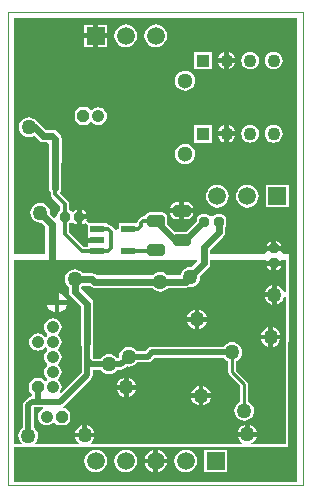
<source format=gbl>
%FSTAX43Y43*%
%MOMM*%
%SFA1B1*%

%IPPOS*%
%AMD10*
4,1,8,0.398780,-0.200660,0.398780,0.200660,0.200660,0.398780,-0.200660,0.398780,-0.398780,0.200660,-0.398780,-0.200660,-0.200660,-0.398780,0.200660,-0.398780,0.398780,-0.200660,0.0*
1,1,0.400000,0.200660,-0.200660*
1,1,0.400000,0.200660,0.200660*
1,1,0.400000,-0.200660,0.200660*
1,1,0.400000,-0.200660,-0.200660*
%
%AMD11*
4,1,8,-0.200660,-0.398780,0.200660,-0.398780,0.398780,-0.200660,0.398780,0.200660,0.200660,0.398780,-0.200660,0.398780,-0.398780,0.200660,-0.398780,-0.200660,-0.200660,-0.398780,0.0*
1,1,0.400000,-0.200660,-0.200660*
1,1,0.400000,0.200660,-0.200660*
1,1,0.400000,0.200660,0.200660*
1,1,0.400000,-0.200660,0.200660*
%
%AMD12*
4,1,8,0.749300,-0.248920,0.749300,0.248920,0.500380,0.500380,-0.500380,0.500380,-0.749300,0.248920,-0.749300,-0.248920,-0.500380,-0.500380,0.500380,-0.500380,0.749300,-0.248920,0.0*
1,1,0.500000,0.500380,-0.248920*
1,1,0.500000,0.500380,0.248920*
1,1,0.500000,-0.500380,0.248920*
1,1,0.500000,-0.500380,-0.248920*
%
%AMD27*
4,1,8,-0.533400,-0.220980,-0.220980,-0.533400,0.220980,-0.533400,0.533400,-0.220980,0.533400,0.220980,0.220980,0.533400,-0.220980,0.533400,-0.533400,0.220980,-0.533400,-0.220980,0.0*
%
%AMD28*
4,1,8,0.220980,-0.533400,0.533400,-0.220980,0.533400,0.220980,0.220980,0.533400,-0.220980,0.533400,-0.533400,0.220980,-0.533400,-0.220980,-0.220980,-0.533400,0.220980,-0.533400,0.0*
%
G04~CAMADD=10~8~0.0~0.0~315.0~315.0~78.7~0.0~15~0.0~0.0~0.0~0.0~0~0.0~0.0~0.0~0.0~0~0.0~0.0~0.0~270.0~314.0~314.0*
%ADD10D10*%
G04~CAMADD=11~8~0.0~0.0~315.0~315.0~78.7~0.0~15~0.0~0.0~0.0~0.0~0~0.0~0.0~0.0~0.0~0~0.0~0.0~0.0~180.0~314.0~314.0*
%ADD11D11*%
G04~CAMADD=12~8~0.0~0.0~393.7~590.6~98.4~0.0~15~0.0~0.0~0.0~0.0~0~0.0~0.0~0.0~0.0~0~0.0~0.0~0.0~270.0~590.0~393.0*
%ADD12D12*%
%ADD19C,0.253999*%
%ADD20C,0.304999*%
%ADD21C,0.634999*%
%ADD22C,0.507999*%
%ADD24C,0.100000*%
%ADD25C,1.066998*%
%ADD26C,1.066998*%
G04~CAMADD=27~4~0.0~0.0~420.1~420.1~0.0~123.0~0~0.0~0.0~0.0~0.0~0~0.0~0.0~0.0~0.0~0~0.0~0.0~0.0~135.0~420.1~420.1*
%ADD27D27*%
G04~CAMADD=28~4~0.0~0.0~420.1~420.1~0.0~123.0~0~0.0~0.0~0.0~0.0~0~0.0~0.0~0.0~0.0~0~0.0~0.0~0.0~225.0~420.1~420.1*
%ADD28D28*%
%ADD29C,1.299997*%
%ADD30C,1.099998*%
%ADD31R,1.099998X1.099998*%
%ADD32R,1.499997X1.499997*%
%ADD33C,1.499997*%
%ADD34C,1.269997*%
%ADD35R,1.199998X0.549999*%
%ADD36C,0.380999*%
%LNopengrab_ctrl-1*%
%LPD*%
G36*
X0123499Y0066278D02*
X0123372Y006627D01*
Y0066276*
X0123287Y0066479*
X0123154Y0066654*
X0122979Y0066787*
X0122776Y0066872*
X0122761Y0066873*
Y0066058*
Y0065243*
X0122776Y0065244*
X0122979Y0065329*
X0123154Y0065462*
X0123287Y0065637*
X0123372Y006584*
Y0065846*
X0123499Y0065838*
Y0054496*
Y0053399*
X0123479*
X012074*
X012072*
X01207Y0053403*
X0120471*
X012067Y005352*
X0120845Y0053653*
X0120978Y0053828*
X0121063Y0054031*
X0121064Y0054046*
X0119434*
X0119435Y0054031*
X011952Y0053828*
X0119653Y0053653*
X011982Y0053525*
X0119792Y0053402*
X0119778Y0053399*
X0119758*
X0107026*
X0106985Y0053519*
X0107095Y0053603*
X0107228Y0053778*
X0107313Y0053981*
X0107315Y0053996*
X0105684*
X0105685Y0053981*
X010577Y0053778*
X0105903Y0053603*
X0106013Y0053519*
X0105972Y0053399*
X0102335*
X0102294Y0053519*
X0102322Y005354*
X0102455Y0053715*
X010254Y0053918*
X0102568Y0054136*
X010254Y0054354*
X0102455Y0054557*
X0102322Y0054732*
X0102189Y0054833*
Y0056534*
X0102191Y0056536*
X0102931*
X0102956Y0056412*
X0102888Y0056383*
X0102734Y0056266*
X0102617Y0056113*
X0102543Y0055934*
X0102518Y0055743*
X0102543Y0055551*
X0102617Y0055373*
X0102734Y005522*
X0102888Y0055102*
X0103066Y0055028*
X0103258Y0055003*
X0103449Y0055028*
X0103627Y0055102*
X0103781Y005522*
X0103796Y0055239*
X0103922Y0055248*
X0104161Y0055009*
X0104894*
X0105261Y0055376*
Y005611*
X0104894Y0056476*
X0104653*
X0104616Y0056598*
X0104726Y0056672*
X0107024Y005897*
X0107125Y005912*
X010716Y0059297*
Y0059734*
X0107887*
X0107988Y0059601*
X0108163Y0059468*
X0108366Y0059383*
X0108585Y0059355*
X0108802Y0059383*
X0109005Y0059468*
X010918Y0059601*
X0109281Y0059734*
X0109601*
X0109777Y0059769*
X0109927Y005987*
X0110069Y0060012*
X0110236Y005999*
X0110453Y0060018*
X0110656Y0060103*
X0110831Y0060236*
X0110932Y0060369*
X0111832*
X0112009Y0060404*
X0112159Y0060505*
X0112405Y006075*
X0118301*
X0118402Y0060617*
X0118577Y0060484*
X0118665Y0060447*
Y00595*
X011869Y0059372*
X0118762Y0059264*
X0119681Y0058346*
Y0057026*
X0119593Y0056989*
X0119418Y0056856*
X0119285Y0056681*
X01192Y0056478*
X0119172Y0056261*
X01192Y0056042*
X0119285Y0055839*
X0119418Y0055664*
X0119593Y0055531*
X0119796Y0055446*
X0120015Y0055418*
X0120232Y0055446*
X0120435Y0055531*
X012061Y0055664*
X0120743Y0055839*
X0120828Y0056042*
X0120856Y0056261*
X0120828Y0056478*
X0120743Y0056681*
X012061Y0056856*
X0120435Y0056989*
X0120347Y0057026*
Y0058484*
X0120322Y0058612*
X012025Y005872*
X0119331Y0059638*
Y0060447*
X0119419Y0060484*
X0119594Y0060617*
X0119727Y0060792*
X0119812Y0060995*
X011984Y0061214*
X0119812Y0061431*
X0119727Y0061634*
X0119594Y0061809*
X0119419Y0061942*
X0119216Y0062027*
X0118999Y0062055*
X011878Y0062027*
X0118577Y0061942*
X0118402Y0061809*
X0118301Y0061676*
X0112213*
X0112036Y0061641*
X0111887Y006154*
X011164Y0061295*
X0110932*
X0110831Y0061428*
X0110656Y0061561*
X0110453Y0061646*
X0110236Y0061674*
X0110017Y0061646*
X0109814Y0061561*
X0109639Y0061428*
X0109506Y0061253*
X0109421Y006105*
X0109393Y0060833*
X0109403Y0060755*
X0109365Y0060712*
X0109238Y0060716*
X010918Y0060793*
X0109005Y0060926*
X0108802Y0061011*
X0108585Y0061039*
X0108366Y0061011*
X0108163Y0060926*
X0107988Y0060793*
X0107887Y006066*
X0107217*
X010716Y0060717*
Y0061708*
X0107184Y0061745*
X0107225Y0061947*
Y0065301*
X0107184Y0065503*
X010707Y0065674*
X0106191Y0066554*
Y0066723*
X0106259Y0066775*
X0106311Y0066843*
X0106909*
X0106943Y0066809*
X0107114Y0066695*
X0107316Y0066654*
X0112254*
X0112306Y0066586*
X0112481Y0066453*
X0112684Y0066368*
X0112903Y006634*
X011312Y0066368*
X0113323Y0066453*
X0113498Y0066586*
X011355Y0066654*
X0115062*
X0115263Y0066695*
X0115325Y0066736*
X0115443Y0066721*
X011566Y0066749*
X0115863Y0066834*
X0116038Y0066967*
X0116171Y0067142*
X0116256Y0067345*
X0116284Y0067564*
X0116273Y0067648*
X0116972Y0068347*
X0117086Y0068518*
X0117127Y006872*
Y0068999*
X012185*
X0121891Y0068949*
X0121892Y0068952*
X0123106*
X0123107Y0068949*
X0123148Y0068999*
X0123499*
Y0066278*
G37*
G36*
X0124499Y0069499D02*
Y0050249D01*
X0100499*
Y0053195*
X0119778*
X0119798Y0053199*
X01207*
X012072Y0053195*
X0123499*
X0123519Y0053199*
X0123699*
X01237Y0053382*
X0123703Y0053399*
Y0054496*
X0123748Y0069499*
X0123291*
X0123283Y0069505*
X0123094Y0069735*
X0123106Y0069796*
X0121892*
X0121904Y0069735*
X0121715Y0069505*
X0121707Y0069499*
X0117127*
Y006988*
X0118228Y0070982*
X0118305Y0071096*
X0118342Y0071153*
X0118383Y0071355*
Y0071832*
X0118432Y0071906*
X0118463Y0072062*
Y0072462*
X0118432Y0072618*
X0118343Y007275*
X0118211Y0072839*
X0118055Y007287*
X0117655*
X0117499Y0072839*
X0117367Y007275*
X0117149Y0072711*
X0117094Y007275*
X0116961Y0072839*
X0116805Y007287*
X0116405*
X0116249Y0072839*
X0116117Y007275*
X0116028Y0072618*
X0115997Y0072462*
Y0072309*
X0115096Y0071408*
X0114199*
X011413Y0071394*
X0113471Y0072054*
X011348Y0072099*
Y0072599*
X0113445Y0072775*
X0113345Y0072923*
X0113197Y0073023*
X0113021Y0073058*
X0112021*
X0111845Y0073023*
X0111697Y0072923*
X0111597Y0072775*
X0111584Y0072708*
X0111465*
X0111327Y0072681*
X0111211Y0072603*
X0111045Y0072437*
X0110967Y0072321*
X011094Y0072183*
Y007211*
X0109368*
Y0071611*
X0109067Y0071551*
X0108981Y0071681*
X0108745Y0071917*
X0108615Y0072003*
X010859Y0072009*
X0108463Y0072033*
X0108368*
Y007211*
X0106822*
X0106629Y0072346*
X0106651Y0072459*
X0106247*
Y0072055*
X01064Y0072085*
X0106499Y0072151*
X0106768Y0072009*
Y007116*
Y0070888*
X0107569*
Y0070482*
X0106768*
Y007021*
Y0070133*
X010645*
X0105192Y0071391*
Y0072113*
X0105267Y0072163*
X0105571*
X0105688Y0072085*
X0105841Y0072055*
Y0072662*
Y0073269*
X0105688Y0073239*
X0105556Y007315*
X01055Y0073111*
X0105363Y0073136*
X0105192Y0073224*
Y0073766*
X0105162Y0073919*
X0105076Y0074048*
X0104397Y0074726*
Y0074764*
X0104486Y0074896*
X0104527Y0075097*
X010454Y0079273*
X01045Y0079475*
X0104386Y0079647*
X0104232Y007975*
X0104131Y0079902*
X010396Y0080016*
X0103759Y0080057*
X0103188*
X0102622Y0080622*
X0102451Y0080736*
X0102423Y0080742*
X0102345Y0080845*
X010217Y0080978*
X0101967Y0081063*
X0101749Y0081091*
X0101531Y0081063*
X0101328Y0080978*
X0101153Y0080845*
X010102Y008067*
X0100935Y0080467*
X0100907Y0080249*
X0100935Y0080031*
X010102Y0079828*
X0101153Y0079653*
X0101328Y007952*
X0101531Y0079435*
X0101749Y0079407*
X0101967Y0079435*
X010217Y007952*
X0102205Y0079547*
X0102596Y0079156*
X010271Y0079079*
X0102767Y0079042*
X0102969Y0079001*
X0103268*
X0103483Y0078785*
X0103471Y0075101*
X0103511Y0074899*
X0103601Y0074763*
Y0074561*
X0103626Y0074434*
X0103632Y0074409*
X0103717Y007428*
X0104396Y0073601*
Y0073211*
X0104306Y007315*
X0104217Y0073018*
X0104186Y0072862*
Y0072724*
X0103905Y0072608*
X0103573Y0072939*
X0103584Y0073025*
X0103556Y0073242*
X0103471Y0073445*
X0103338Y007362*
X0103163Y0073753*
X010296Y0073838*
X0102743Y0073866*
X0102524Y0073838*
X0102321Y0073753*
X0102146Y007362*
X0102013Y0073445*
X0101928Y0073242*
X01019Y0073025*
X0101928Y0072806*
X0102013Y0072603*
X0102146Y0072428*
X0102321Y0072295*
X0102524Y007221*
X0102743Y0072182*
X0102827Y0072193*
X0103171Y0071848*
Y0069499*
X0100499*
Y0089499*
X0124499*
Y0069499*
G37*
G36*
X0116014Y0068882D02*
X0115527Y0068394D01*
X0115443Y0068405*
X0115224Y0068377*
X0115021Y0068292*
X0114846Y0068159*
X0114713Y0067984*
X0114628Y0067781*
X0114619Y006771*
X011355*
X0113498Y0067778*
X0113323Y0067911*
X011312Y0067996*
X0112903Y0068024*
X0112684Y0067996*
X0112481Y0067911*
X0112306Y0067778*
X0112254Y006771*
X0107535*
X01075Y0067744*
X0107329Y0067858*
X0107127Y0067898*
X0106311*
X0106259Y0067966*
X0106084Y00681*
X0105881Y0068184*
X0105664Y0068213*
X0105445Y0068184*
X0105242Y00681*
X0105067Y0067966*
X0104934Y0067792*
X0104849Y0067589*
X0104821Y0067371*
X0104849Y0067153*
X0104934Y006695*
X0105067Y0066775*
X0105135Y0066723*
Y0066335*
X0105176Y0066133*
X010529Y0065962*
X0106169Y0065082*
Y0061947*
X010621Y0061745*
X0106234Y0061708*
Y0060525*
Y0059489*
X0104483Y0057738*
X0104388Y0057822*
X010444Y0057889*
X0104514Y0058068*
X0104539Y0058259*
X0104514Y005845*
X010444Y0058629*
X0104322Y0058782*
X0104259Y0058831*
Y0058957*
X0104322Y0059006*
X010444Y0059159*
X0104514Y0059338*
X0104539Y0059529*
X0104514Y005972*
X010444Y0059899*
X0104322Y0060052*
X0104259Y00601*
Y0060227*
X0104322Y0060276*
X010444Y0060429*
X0104514Y0060608*
X0104539Y0060799*
X0104514Y006099*
X010444Y0061169*
X0104322Y0061322*
X0104259Y006137*
Y0061498*
X0104322Y0061546*
X010444Y0061699*
X0104514Y0061878*
X0104539Y0062069*
X0104514Y006226*
X010444Y0062439*
X0104322Y0062592*
X0104259Y006264*
Y0062768*
X0104322Y0062816*
X010444Y0062969*
X0104514Y0063148*
X0104539Y0063339*
X0104514Y006353*
X010444Y0063709*
X0104322Y0063862*
X0104169Y006398*
X010399Y0064054*
X0103799Y0064079*
X0103608Y0064054*
X0103429Y006398*
X0103276Y0063862*
X0103158Y0063709*
X0103084Y006353*
X0103059Y0063339*
X0103084Y0063148*
X0103158Y0062969*
X0103276Y0062816*
X0103339Y0062768*
Y006264*
X0103276Y0062592*
X0103228Y0062529*
X0103101*
X0103052Y0062592*
X0102899Y006271*
X010272Y0062784*
X0102529Y0062809*
X0102338Y0062784*
X0102159Y006271*
X0102006Y0062592*
X0101888Y0062439*
X0101814Y006226*
X0101789Y0062069*
X0101814Y0061878*
X0101888Y0061699*
X0102006Y0061546*
X0102159Y0061428*
X0102338Y0061354*
X0102529Y0061329*
X010272Y0061354*
X0102899Y0061428*
X0103052Y0061546*
X0103101Y0061609*
X0103228*
X0103276Y0061546*
X0103339Y0061498*
Y006137*
X0103276Y0061322*
X0103158Y0061169*
X0103084Y006099*
X0103059Y0060799*
X0103084Y0060608*
X0103158Y0060429*
X0103276Y0060276*
X0103339Y0060227*
Y00601*
X0103276Y0060052*
X0103158Y0059899*
X0103084Y005972*
X0103059Y0059529*
X0103084Y0059338*
X0103158Y0059159*
X0103276Y0059006*
X0103339Y0058957*
Y0058831*
X0103276Y0058782*
X0103261Y0058762*
X0103134Y0058754*
X0102896Y0058992*
X0102162*
X0101796Y0058626*
Y0057892*
X0102066Y0057622*
Y0057529*
X0101999Y0057462*
X0101822Y0057427*
X0101672Y0057326*
X0101399Y0057053*
X0101298Y0056903*
X0101263Y0056726*
Y0054833*
X010113Y0054732*
X0100997Y0054557*
X0100912Y0054354*
X0100884Y0054136*
X0100912Y0053918*
X0100997Y0053715*
X010113Y005354*
X0101158Y0053519*
X0101117Y0053399*
X0100499*
Y0068999*
X0115966*
X0116014Y0068882*
G37*
%LNopengrab_ctrl-2*%
%LPC*%
G36*
X0122452Y0063314D02*
Y0062702D01*
X0123064*
X0123063Y0062717*
X0122978Y006292*
X0122845Y0063095*
X012267Y0063228*
X0122467Y0063313*
X0122452Y0063314*
G37*
G36*
X0116814Y0063796D02*
X0116202D01*
Y0063184*
X0116217Y0063185*
X011642Y006327*
X0116595Y0063403*
X0116728Y0063578*
X0116813Y0063781*
X0116814Y0063796*
G37*
G36*
X0115796D02*
X0115184D01*
X0115185Y0063781*
X011527Y0063578*
X0115403Y0063403*
X0115578Y006327*
X0115781Y0063185*
X0115796Y0063184*
Y0063796*
G37*
G36*
X0122047Y0063314D02*
X0122031Y0063313D01*
X0121828Y0063228*
X0121653Y0063095*
X012152Y006292*
X0121435Y0062717*
X0121434Y0062702*
X0122047*
Y0063314*
G37*
G36*
X0110202Y0059064D02*
Y0058452D01*
X0110814*
X0110813Y0058467*
X0110728Y005867*
X0110595Y0058845*
X011042Y0058978*
X0110217Y0059063*
X0110202Y0059064*
G37*
G36*
X0109796D02*
X0109781Y0059063D01*
X0109578Y0058978*
X0109403Y0058845*
X010927Y005867*
X0109185Y0058467*
X0109184Y0058452*
X0109796*
Y0059064*
G37*
G36*
X0123064Y0062296D02*
X0122452D01*
Y0061684*
X0122467Y0061685*
X012267Y006177*
X0122845Y0061903*
X0122978Y0062078*
X0123063Y0062281*
X0123064Y0062296*
G37*
G36*
X0122047D02*
X0121434D01*
X0121435Y0062281*
X012152Y0062078*
X0121653Y0061903*
X0121828Y006177*
X0122031Y0061685*
X0122047Y0061684*
Y0062296*
G37*
G36*
X0103936Y0066219D02*
X0103921Y0066218D01*
X0103718Y0066133*
X0103543Y0066*
X010341Y0065825*
X0103325Y0065622*
X0103324Y0065607*
X0103936*
Y0066219*
G37*
G36*
X0122355Y0065855D02*
X0121743D01*
X0121744Y006584*
X0121829Y0065637*
X0121962Y0065462*
X0122137Y0065329*
X012234Y0065244*
X0122355Y0065243*
Y0065855*
G37*
G36*
Y0066873D02*
X012234Y0066872D01*
X0122137Y0066787*
X0121962Y0066654*
X0121829Y0066479*
X0121744Y0066276*
X0121743Y0066261*
X0122355*
Y0066873*
G37*
G36*
X0104342Y0066219D02*
Y0065607D01*
X0104954*
X0104953Y0065622*
X0104868Y0065825*
X0104735Y0066*
X010456Y0066133*
X0104357Y0066218*
X0104342Y0066219*
G37*
G36*
X0116202Y0064814D02*
Y0064202D01*
X0116814*
X0116813Y0064217*
X0116728Y006442*
X0116595Y0064595*
X011642Y0064728*
X0116217Y0064813*
X0116202Y0064814*
G37*
G36*
X0115796D02*
X0115781Y0064813D01*
X0115578Y0064728*
X0115403Y0064595*
X011527Y006442*
X0115185Y0064217*
X0115184Y0064202*
X0115796*
Y0064814*
G37*
G36*
X0104954Y0065201D02*
X0104342D01*
Y0064589*
X0104357Y006459*
X010456Y0064675*
X0104735Y0064808*
X0104868Y0064983*
X0104953Y0065186*
X0104954Y0065201*
G37*
G36*
X0103936D02*
X0103324D01*
X0103325Y0065186*
X010341Y0064983*
X0103543Y0064808*
X0103718Y0064675*
X0103921Y006459*
X0103936Y0064589*
Y0065201*
G37*
G36*
X0112296Y005293D02*
X0112251Y0052925D01*
X011202Y0052829*
X0111821Y0052677*
X0111669Y0052478*
X0111573Y0052247*
X0111568Y0052202*
X0112296*
Y005293*
G37*
G36*
X011343Y0051796D02*
X0112702D01*
Y0051068*
X0112747Y0051073*
X0112978Y0051169*
X0113177Y0051321*
X0113329Y005152*
X0113425Y0051751*
X011343Y0051796*
G37*
G36*
X0106296Y0055014D02*
X0106281Y0055013D01*
X0106078Y0054928*
X0105903Y0054795*
X010577Y005462*
X0105685Y0054417*
X0105684Y0054402*
X0106296*
Y0055014*
G37*
G36*
X0112702Y005293D02*
Y0052202D01*
X011343*
X0113425Y0052247*
X0113329Y0052478*
X0113177Y0052677*
X0112978Y0052829*
X0112747Y0052925*
X0112702Y005293*
G37*
G36*
X0112296Y0051796D02*
X0111568D01*
X0111573Y0051751*
X0111669Y005152*
X0111821Y0051321*
X011202Y0051169*
X0112251Y0051073*
X0112296Y0051068*
Y0051796*
G37*
G36*
X0109959Y0052957D02*
X0109711Y0052925D01*
X010948Y0052829*
X0109281Y0052677*
X0109129Y0052478*
X0109033Y0052247*
X0109001Y0051999*
X0109033Y0051751*
X0109129Y005152*
X0109281Y0051321*
X010948Y0051169*
X0109711Y0051073*
X0109959Y0051041*
X0110207Y0051073*
X0110438Y0051169*
X0110637Y0051321*
X0110789Y005152*
X0110885Y0051751*
X0110917Y0051999*
X0110885Y0052247*
X0110789Y0052478*
X0110637Y0052677*
X0110438Y0052829*
X0110207Y0052925*
X0109959Y0052957*
G37*
G36*
X0107419D02*
X0107171Y0052925D01*
X010694Y0052829*
X0106741Y0052677*
X0106589Y0052478*
X0106493Y0052247*
X0106461Y0051999*
X0106493Y0051751*
X0106589Y005152*
X0106741Y0051321*
X010694Y0051169*
X0107171Y0051073*
X0107419Y0051041*
X0107667Y0051073*
X0107898Y0051169*
X0108097Y0051321*
X0108249Y005152*
X0108345Y0051751*
X0108377Y0051999*
X0108345Y0052247*
X0108249Y0052478*
X0108097Y0052677*
X0107898Y0052829*
X0107667Y0052925*
X0107419Y0052957*
G37*
G36*
X0118529Y0052949D02*
X0116629D01*
Y0051049*
X0118529*
Y0052949*
G37*
G36*
X0115039Y0052957D02*
X0114791Y0052925D01*
X011456Y0052829*
X0114361Y0052677*
X0114209Y0052478*
X0114113Y0052247*
X0114081Y0051999*
X0114113Y0051751*
X0114209Y005152*
X0114361Y0051321*
X011456Y0051169*
X0114791Y0051073*
X0115039Y0051041*
X0115287Y0051073*
X0115518Y0051169*
X0115717Y0051321*
X0115869Y005152*
X0115965Y0051751*
X0115997Y0051999*
X0115965Y0052247*
X0115869Y0052478*
X0115717Y0052677*
X0115518Y0052829*
X0115287Y0052925*
X0115039Y0052957*
G37*
G36*
X0110814Y0058046D02*
X0110202D01*
Y0057434*
X0110217Y0057435*
X011042Y005752*
X0110595Y0057653*
X0110728Y0057828*
X0110813Y0058031*
X0110814Y0058046*
G37*
G36*
X0109796D02*
X0109184D01*
X0109185Y0058031*
X010927Y0057828*
X0109403Y0057653*
X0109578Y005752*
X0109781Y0057435*
X0109796Y0057434*
Y0058046*
G37*
G36*
X0116534Y0058345D02*
Y0057733D01*
X0117146*
X0117145Y0057748*
X011706Y0057951*
X0116927Y0058126*
X0116752Y0058259*
X0116549Y0058344*
X0116534Y0058345*
G37*
G36*
X0116128D02*
X0116113Y0058344D01*
X011591Y0058259*
X0115735Y0058126*
X0115602Y0057951*
X0115517Y0057748*
X0115516Y0057733*
X0116128*
Y0058345*
G37*
G36*
X0117146Y0057327D02*
X0116534D01*
Y0056715*
X0116549Y0056716*
X0116752Y0056801*
X0116927Y0056934*
X011706Y0057109*
X0117145Y0057312*
X0117146Y0057327*
G37*
G36*
X0120046Y0055064D02*
X0120031Y0055063D01*
X0119828Y0054978*
X0119653Y0054845*
X011952Y005467*
X0119435Y0054467*
X0119434Y0054452*
X0120046*
Y0055064*
G37*
G36*
X0106702Y0055014D02*
Y0054402D01*
X0107315*
X0107313Y0054417*
X0107228Y005462*
X0107095Y0054795*
X010692Y0054928*
X0106717Y0055013*
X0106702Y0055014*
G37*
G36*
X0116128Y0057327D02*
X0115516D01*
X0115517Y0057312*
X0115602Y0057109*
X0115735Y0056934*
X011591Y0056801*
X0116113Y0056716*
X0116128Y0056715*
Y0057327*
G37*
G36*
X0120452Y0055064D02*
Y0054452D01*
X0121064*
X0121063Y0054467*
X0120978Y005467*
X0120845Y0054845*
X012067Y0054978*
X0120467Y0055063*
X0120452Y0055064*
G37*
G36*
X0122499Y0086655D02*
X0122303Y008663D01*
X0122121Y0086554*
X0121964Y0086434*
X0121844Y0086277*
X0121768Y0086095*
X0121743Y0085899*
X0121768Y0085703*
X0121844Y0085521*
X0121964Y0085364*
X0122121Y0085244*
X0122303Y0085168*
X0122499Y0085143*
X0122695Y0085168*
X0122877Y0085244*
X0123034Y0085364*
X0123154Y0085521*
X012323Y0085703*
X0123255Y0085899*
X012323Y0086095*
X0123154Y0086277*
X0123034Y0086434*
X0122877Y0086554*
X0122695Y008663*
X0122499Y0086655*
G37*
G36*
X0120499D02*
X0120303Y008663D01*
X0120121Y0086554*
X0119964Y0086434*
X0119844Y0086277*
X0119768Y0086095*
X0119743Y0085899*
X0119768Y0085703*
X0119844Y0085521*
X0119964Y0085364*
X0120121Y0085244*
X0120303Y0085168*
X0120499Y0085143*
X0120695Y0085168*
X0120877Y0085244*
X0121034Y0085364*
X0121154Y0085521*
X012123Y0085703*
X0121255Y0085899*
X012123Y0086095*
X0121154Y0086277*
X0121034Y0086434*
X0120877Y0086554*
X0120695Y008663*
X0120499Y0086655*
G37*
G36*
X0118296Y0085696D02*
X0117771D01*
X0117844Y0085521*
X0117964Y0085364*
X0118121Y0085244*
X0118296Y0085171*
Y0085696*
G37*
G36*
X0117249Y0086649D02*
X0115749D01*
Y0085149*
X0117249*
Y0086649*
G37*
G36*
X0118702Y0080427D02*
Y0079902D01*
X0119227*
X0119154Y0080077*
X0119034Y0080234*
X0118877Y0080354*
X0118702Y0080427*
G37*
G36*
X0118296D02*
X0118121Y0080354D01*
X0117964Y0080234*
X0117844Y0080077*
X0117771Y0079902*
X0118296*
Y0080427*
G37*
G36*
X0114999Y0085056D02*
X0114777Y0085027D01*
X011457Y0084941*
X0114393Y0084805*
X0114257Y0084628*
X0114171Y0084421*
X0114142Y0084199*
X0114171Y0083977*
X0114257Y008377*
X0114393Y0083593*
X011457Y0083457*
X0114777Y0083371*
X0114999Y0083342*
X0115221Y0083371*
X0115428Y0083457*
X0115605Y0083593*
X0115741Y008377*
X0115827Y0083977*
X0115856Y0084199*
X0115827Y0084421*
X0115741Y0084628*
X0115605Y0084805*
X0115428Y0084941*
X0115221Y0085027*
X0114999Y0085056*
G37*
G36*
X0107634Y0081939D02*
X0107443Y0081915D01*
X0107264Y008184*
X0107111Y0081722*
X0106951Y0081712*
X0106731Y0081932*
X0105997*
X0105631Y0081566*
Y0080832*
X0105997Y0080466*
X0106731*
X0106951Y0080686*
X0107111Y0080676*
X0107264Y0080558*
X0107443Y0080484*
X0107634Y0080459*
X0107825Y0080484*
X0108004Y0080558*
X0108157Y0080676*
X0108275Y0080829*
X0108349Y0081008*
X0108374Y0081199*
X0108349Y008139*
X0108275Y0081569*
X0108157Y0081722*
X0108004Y008184*
X0107825Y0081915*
X0107634Y0081939*
G37*
G36*
X0119227Y0085696D02*
X0118702D01*
Y0085171*
X0118877Y0085244*
X0119034Y0085364*
X0119154Y0085521*
X0119227Y0085696*
G37*
G36*
X0108369Y0087796D02*
X0107622D01*
Y0087049*
X0108369*
Y0087796*
G37*
G36*
X0107216D02*
X0106469D01*
Y0087049*
X0107216*
Y0087796*
G37*
G36*
X0108369Y0088949D02*
X0107622D01*
Y0088202*
X0108369*
Y0088949*
G37*
G36*
X0107216D02*
X0106469D01*
Y0088202*
X0107216*
Y0088949*
G37*
G36*
X0118702Y0086627D02*
Y0086102D01*
X0119227*
X0119154Y0086277*
X0119034Y0086434*
X0118877Y0086554*
X0118702Y0086627*
G37*
G36*
X0118296D02*
X0118121Y0086554D01*
X0117964Y0086434*
X0117844Y0086277*
X0117771Y0086102*
X0118296*
Y0086627*
G37*
G36*
X0112499Y0088957D02*
X0112251Y0088925D01*
X011202Y0088829*
X0111821Y0088677*
X0111669Y0088478*
X0111573Y0088247*
X0111541Y0087999*
X0111573Y0087751*
X0111669Y008752*
X0111821Y0087321*
X011202Y0087169*
X0112251Y0087073*
X0112499Y0087041*
X0112747Y0087073*
X0112978Y0087169*
X0113177Y0087321*
X0113329Y008752*
X0113425Y0087751*
X0113457Y0087999*
X0113425Y0088247*
X0113329Y0088478*
X0113177Y0088677*
X0112978Y0088829*
X0112747Y0088925*
X0112499Y0088957*
G37*
G36*
X0109959D02*
X0109711Y0088925D01*
X010948Y0088829*
X0109281Y0088677*
X0109129Y0088478*
X0109033Y0088247*
X0109001Y0087999*
X0109033Y0087751*
X0109129Y008752*
X0109281Y0087321*
X010948Y0087169*
X0109711Y0087073*
X0109959Y0087041*
X0110207Y0087073*
X0110438Y0087169*
X0110637Y0087321*
X0110789Y008752*
X0110885Y0087751*
X0110917Y0087999*
X0110885Y0088247*
X0110789Y0088478*
X0110637Y0088677*
X0110438Y0088829*
X0110207Y0088925*
X0109959Y0088957*
G37*
G36*
X0119227Y0079496D02*
X0118702D01*
Y0078971*
X0118877Y0079044*
X0119034Y0079164*
X0119154Y0079321*
X0119227Y0079496*
G37*
G36*
X0115658Y0072996D02*
X0114902D01*
Y007249*
X0115199*
X0115375Y0072525*
X0115523Y0072625*
X0115623Y0072773*
X0115658Y0072949*
Y0072996*
G37*
G36*
X0114496D02*
X011374D01*
Y0072949*
X0113775Y0072773*
X0113875Y0072625*
X0114023Y0072525*
X0114199Y007249*
X0114496*
Y0072996*
G37*
G36*
Y0073908D02*
X0114199D01*
X0114023Y0073873*
X0113875Y0073773*
X0113775Y0073625*
X011374Y0073449*
Y0073402*
X0114496*
Y0073908*
G37*
G36*
X0106247Y0073269D02*
Y0072865D01*
X0106651*
X0106621Y0073018*
X0106532Y007315*
X01064Y0073239*
X0106247Y0073269*
G37*
G36*
X0123106Y0068546D02*
X0122702D01*
Y0068142*
X0122855Y0068172*
X0122987Y0068261*
X0123076Y0068393*
X0123106Y0068546*
G37*
G36*
X0122296D02*
X0121892D01*
X0121922Y0068393*
X0122011Y0068261*
X0122143Y0068172*
X0122296Y0068142*
Y0068546*
G37*
G36*
X0122702Y0070606D02*
Y0070202D01*
X0123106*
X0123076Y0070355*
X0122987Y0070487*
X0122855Y0070576*
X0122702Y0070606*
G37*
G36*
X0122296D02*
X0122143Y0070576D01*
X0122011Y0070487*
X0121922Y0070355*
X0121892Y0070202*
X0122296*
Y0070606*
G37*
G36*
X0115199Y0073908D02*
X0114902D01*
Y0073402*
X0115658*
Y0073449*
X0115623Y0073625*
X0115523Y0073773*
X0115375Y0073873*
X0115199Y0073908*
G37*
G36*
X0122499Y0080455D02*
X0122303Y008043D01*
X0122121Y0080354*
X0121964Y0080234*
X0121844Y0080077*
X0121768Y0079895*
X0121743Y0079699*
X0121768Y0079503*
X0121844Y0079321*
X0121964Y0079164*
X0122121Y0079044*
X0122303Y0078968*
X0122499Y0078943*
X0122695Y0078968*
X0122877Y0079044*
X0123034Y0079164*
X0123154Y0079321*
X012323Y0079503*
X0123255Y0079699*
X012323Y0079895*
X0123154Y0080077*
X0123034Y0080234*
X0122877Y0080354*
X0122695Y008043*
X0122499Y0080455*
G37*
G36*
X0120499D02*
X0120303Y008043D01*
X0120121Y0080354*
X0119964Y0080234*
X0119844Y0080077*
X0119768Y0079895*
X0119743Y0079699*
X0119768Y0079503*
X0119844Y0079321*
X0119964Y0079164*
X0120121Y0079044*
X0120303Y0078968*
X0120499Y0078943*
X0120695Y0078968*
X0120877Y0079044*
X0121034Y0079164*
X0121154Y0079321*
X012123Y0079503*
X0121255Y0079699*
X012123Y0079895*
X0121154Y0080077*
X0121034Y0080234*
X0120877Y0080354*
X0120695Y008043*
X0120499Y0080455*
G37*
G36*
X0118296Y0079496D02*
X0117771D01*
X0117844Y0079321*
X0117964Y0079164*
X0118121Y0079044*
X0118296Y0078971*
Y0079496*
G37*
G36*
X0117249Y0080449D02*
X0115749D01*
Y0078949*
X0117249*
Y0080449*
G37*
G36*
X0120269Y0075368D02*
X012002Y0075336D01*
X0119789Y007524*
X011959Y0075088*
X0119438Y0074889*
X0119342Y0074658*
X011931Y007441*
X0119342Y0074162*
X0119438Y0073931*
X011959Y0073732*
X0119789Y007358*
X012002Y0073484*
X0120269Y0073452*
X0120516Y0073484*
X0120747Y007358*
X0120946Y0073732*
X0121098Y0073931*
X0121194Y0074162*
X0121226Y007441*
X0121194Y0074658*
X0121098Y0074889*
X0120946Y0075088*
X0120747Y007524*
X0120516Y0075336*
X0120269Y0075368*
G37*
G36*
X0117729D02*
X011748Y0075336D01*
X0117249Y007524*
X011705Y0075088*
X0116898Y0074889*
X0116802Y0074658*
X011677Y007441*
X0116802Y0074162*
X0116898Y0073931*
X011705Y0073732*
X0117249Y007358*
X011748Y0073484*
X0117729Y0073452*
X0117976Y0073484*
X0118207Y007358*
X0118406Y0073732*
X0118558Y0073931*
X0118654Y0074162*
X0118686Y007441*
X0118654Y0074658*
X0118558Y0074889*
X0118406Y0075088*
X0118207Y007524*
X0117976Y0075336*
X0117729Y0075368*
G37*
G36*
X0114999Y0078856D02*
X0114777Y0078827D01*
X011457Y0078741*
X0114393Y0078605*
X0114257Y0078428*
X0114171Y0078221*
X0114142Y0077999*
X0114171Y0077777*
X0114257Y007757*
X0114393Y0077393*
X011457Y0077257*
X0114777Y0077171*
X0114999Y0077142*
X0115221Y0077171*
X0115428Y0077257*
X0115605Y0077393*
X0115741Y007757*
X0115827Y0077777*
X0115856Y0077999*
X0115827Y0078221*
X0115741Y0078428*
X0115605Y0078605*
X0115428Y0078741*
X0115221Y0078827*
X0114999Y0078856*
G37*
G36*
X0123758Y007536D02*
X0121858D01*
Y007346*
X0123758*
Y007536*
G37*
%LNopengrab_ctrl-3*%
%LPD*%
G54D10*
X0122499Y0069999D03*
Y0068749D03*
G54D11*
X0104794Y0072662D03*
X0106045D03*
X0117856Y0072263D03*
X0116605D03*
G54D12*
X0112522Y0072349D03*
Y006985D03*
X0114699Y0070699D03*
Y0073199D03*
G54D19*
X0120015Y0056261D02*
Y0058484D01*
X0118999Y00595D02*
X0120015Y0058484D01*
X0118999Y00595D02*
Y0061214D01*
G54D20*
X0106045Y0071254D02*
Y0072263D01*
Y0071254D02*
X0106613Y0070685D01*
X0107569*
X0110168Y0071635D02*
X0111035D01*
X0111299Y0071899*
Y0072183*
X0112407Y0069735D02*
X0112522Y006985D01*
X0110168Y0069735D02*
X0112407D01*
X0111299Y0072183D02*
X0111465Y0072349D01*
X0112522*
G54D21*
X0102743Y0073025D02*
X0103699Y0072067D01*
Y0068199D02*
Y0072067D01*
X0102499Y0066999D02*
X0103699Y0068199D01*
X0115443Y0067564D02*
X0116599Y006872D01*
Y0070099*
X0101749Y0080249D02*
X0102249D01*
X0102969Y0079529*
X0103759*
X0103999Y0075099D02*
X0104013Y0079275D01*
X0107316Y0067183D02*
X0112903D01*
X0107127Y0067371D02*
X0107316Y0067183D01*
X0105664Y0067371D02*
X0107127D01*
X0105664Y0066335D02*
Y0067371D01*
Y0066335D02*
X0106697Y0065301D01*
X0117856Y0071355D02*
Y0072263D01*
X0116599Y0070099D02*
X0117856Y0071355D01*
X0112903Y0067183D02*
X0115062D01*
X0115443Y0067564*
X0106697Y0061947D02*
Y0065301D01*
G54D22*
X0101999Y0056999D02*
X0104399D01*
X0102529Y0057029D02*
Y0058159D01*
X0104399Y0056999D02*
X0106697Y0059297D01*
X0101727Y0056726D02*
X0101999Y0056999D01*
X0106697Y0059297D02*
Y0060525D01*
X0112522Y0072349D02*
X0114171Y0070699D01*
X0115042*
X0116605Y0072263*
X0112213Y0061214D02*
X0118999D01*
X0111832Y0060833D02*
X0112213Y0061214D01*
X0110236Y0060833D02*
X0111832D01*
X0101727Y0054737D02*
Y0056726D01*
X0107025Y0060198D02*
X0108585D01*
X0109601*
X0110236Y0060833*
X0106697Y0060525D02*
X0107025Y0060198D01*
X0106697Y0060525D02*
Y0061947D01*
G54D24*
X0099999Y0089999D02*
X0124999D01*
Y0049999D02*
Y0089999D01*
X0099999Y0049999D02*
X0124999D01*
X0099999D02*
Y0089999D01*
G54D25*
X0102529Y0063339D03*
Y0062069D03*
X0103799Y0060799D03*
Y0062069D03*
Y0063339D03*
G54D26*
X0102529Y0060799D03*
Y0059529D03*
X0103799D03*
Y0058259D03*
X0103258Y0055743D03*
X0107634Y0081199D03*
G54D27*
X0102529Y0058259D03*
G54D28*
X0104528Y0055743D03*
X0106364Y0081199D03*
G54D29*
X0114999Y0084199D03*
Y0077999D03*
G54D30*
X0122499Y0085899D03*
X0120499D03*
X0118499D03*
Y0079699D03*
X0120499D03*
X0122499D03*
G54D31*
X0116499Y0085899D03*
Y0079699D03*
G54D32*
X0122809Y007441D03*
X0107419Y0087999D03*
X0117579Y0051999D03*
G54D33*
X0120269Y007441D03*
X0117729D03*
X0109959Y0087999D03*
X0112499D03*
X0107419Y0051999D03*
X0109959D03*
X0112499D03*
X0115039D03*
G54D34*
X0103644Y0065899D03*
X0106499Y0054199D03*
X0101727Y0054136D03*
X0101749Y0080249D03*
X0118999Y0061214D03*
X0110236Y0060833D03*
X0108585Y0060198D03*
X0105664Y0067371D03*
X0112903Y0067183D03*
X0102743Y0073025D03*
X0120015Y0056261D03*
X0115443Y0067564D03*
X0116332Y0057531D03*
X0115999Y0063999D03*
X0120249Y0054249D03*
X0122249Y0062499D03*
X0109999Y0058249D03*
X0122558Y0066058D03*
G54D35*
X0110168Y0069735D03*
Y0071635D03*
X0107569D03*
Y0070685D03*
Y0069735D03*
G54D36*
X0104794Y0072662D02*
Y0073766D01*
X0103999Y0074561D02*
X0104794Y0073766D01*
X0103999Y0074561D02*
Y0075099D01*
X0104794Y0071226D02*
Y0072662D01*
Y0071226D02*
X0106285Y0069735D01*
X0107569*
X0108435*
X0108699Y0069999*
Y0071399*
X0108463Y0071635D02*
X0108699Y0071399D01*
X0107569Y0071635D02*
X0108463D01*
M02*
</source>
